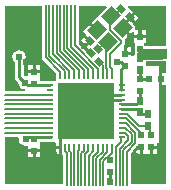
<source format=gtl>
%FSLAX24Y24*%
%MOIN*%
G70*
G01*
G75*
G04 Layer_Physical_Order=1*
G04 Layer_Color=255*
%ADD10R,0.0197X0.0256*%
%ADD11R,0.0197X0.0236*%
%ADD12R,0.0236X0.0197*%
%ADD13R,0.0400X0.0370*%
G04:AMPARAMS|DCode=14|XSize=47.2mil|YSize=43.3mil|CornerRadius=0mil|HoleSize=0mil|Usage=FLASHONLY|Rotation=225.000|XOffset=0mil|YOffset=0mil|HoleType=Round|Shape=Rectangle|*
%AMROTATEDRECTD14*
4,1,4,0.0014,0.0320,0.0320,0.0014,-0.0014,-0.0320,-0.0320,-0.0014,0.0014,0.0320,0.0*
%
%ADD14ROTATEDRECTD14*%

%ADD15O,0.0256X0.0079*%
%ADD16O,0.0079X0.0256*%
%ADD17R,0.1850X0.1850*%
%ADD18R,0.0217X0.0236*%
G04:AMPARAMS|DCode=19|XSize=19.7mil|YSize=23.6mil|CornerRadius=0mil|HoleSize=0mil|Usage=FLASHONLY|Rotation=225.000|XOffset=0mil|YOffset=0mil|HoleType=Round|Shape=Rectangle|*
%AMROTATEDRECTD19*
4,1,4,-0.0014,0.0153,0.0153,-0.0014,0.0014,-0.0153,-0.0153,0.0014,-0.0014,0.0153,0.0*
%
%ADD19ROTATEDRECTD19*%

%ADD20C,0.0370*%
%ADD21C,0.0080*%
%ADD22C,0.0090*%
%ADD23C,0.0060*%
%ADD24C,0.0240*%
%ADD25C,0.0260*%
G36*
X2668Y1288D02*
X2547D01*
Y1090D01*
Y892D01*
X2668D01*
Y-2427D01*
X1503D01*
Y-1397D01*
X1595Y-1304D01*
X1642Y-1324D01*
Y-1415D01*
X1790D01*
Y-1197D01*
X1890D01*
Y-1415D01*
X2120D01*
Y-1197D01*
X2170D01*
Y-1147D01*
X2368D01*
Y-1070D01*
X2430D01*
Y892D01*
X2447D01*
Y1090D01*
Y1288D01*
X2430D01*
Y1500D01*
X1990D01*
Y1674D01*
X2510D01*
X2534Y1679D01*
X2668D01*
Y1288D01*
D02*
G37*
G36*
X-1473Y1800D02*
X-1462Y1750D01*
X-1434Y1707D01*
X-1008Y1281D01*
X-1008Y1280D01*
Y1102D01*
X-997Y1048D01*
X-1025Y1025D01*
D01*
D01*
D01*
D01*
X-1025Y1025D01*
X-1025Y1025D01*
D01*
D01*
X-1048Y997D01*
X-1102Y1008D01*
X-1162D01*
X-1191Y1014D01*
X-1522D01*
Y1097D01*
Y1265D01*
X-1918D01*
Y1198D01*
X-1957Y1166D01*
X-2040Y1182D01*
X-2043Y1182D01*
X-2082Y1213D01*
Y1652D01*
X-2071Y1660D01*
X-2022Y1732D01*
X-2005Y1818D01*
X-2022Y1904D01*
X-2071Y1977D01*
X-2144Y2025D01*
X-2230Y2042D01*
X-2315Y2025D01*
X-2388Y1977D01*
X-2437Y1904D01*
X-2454Y1818D01*
X-2437Y1732D01*
X-2388Y1660D01*
X-2377Y1652D01*
Y1148D01*
X-2366Y1092D01*
X-2334Y1044D01*
X-2261Y971D01*
X-2264Y958D01*
X-2247Y872D01*
X-2198Y800D01*
X-2125Y751D01*
X-2043Y734D01*
X-2017Y692D01*
X-2020Y683D01*
X-2697D01*
Y3526D01*
X-1473D01*
Y1800D01*
D02*
G37*
G36*
X-2226Y-880D02*
X-2234Y-920D01*
X-2217Y-1006D01*
X-2169Y-1079D01*
X-2096Y-1127D01*
X-2010Y-1144D01*
X-1995Y-1141D01*
X-1948D01*
X-1918Y-1165D01*
Y-1267D01*
X-1522D01*
Y-1141D01*
Y-1014D01*
X-1181D01*
X-1152Y-1008D01*
X-1102D01*
D01*
X-1025Y-1025D01*
D01*
D01*
D01*
D01*
X-997Y-1048D01*
D01*
D01*
X-997Y-1048D01*
X-1008Y-1102D01*
Y-1141D01*
X-866D01*
Y-1191D01*
X-851D01*
Y-1280D01*
X-840Y-1334D01*
X-837Y-1338D01*
X-831Y-1368D01*
X-816Y-1390D01*
Y-1412D01*
X-812Y-1411D01*
X-808Y-1408D01*
X-802Y-1411D01*
X-802Y-1411D01*
X-802Y-1411D01*
X-762Y-1451D01*
Y-2427D01*
X-2697D01*
Y-841D01*
X-2258D01*
X-2226Y-880D01*
D02*
G37*
G36*
X860Y-2235D02*
X877D01*
Y-2427D01*
X713D01*
Y-2235D01*
X760D01*
Y-2017D01*
X860D01*
Y-2235D01*
D02*
G37*
G36*
X2668Y2169D02*
X2534D01*
X2510Y2174D01*
X1948D01*
Y2269D01*
X1988D01*
Y2437D01*
X1592D01*
Y2269D01*
X1632D01*
Y1981D01*
X1620Y1924D01*
X1625Y1899D01*
X1594Y1860D01*
X1488D01*
Y1867D01*
X1290D01*
Y1967D01*
X1488D01*
Y2135D01*
X1278D01*
X1259Y2181D01*
X1264Y2186D01*
X1292Y2229D01*
X1303Y2280D01*
Y2360D01*
X1303Y2360D01*
X1303Y2360D01*
Y2360D01*
X1303D01*
X1303Y2360D01*
X1293Y2406D01*
X1410Y2523D01*
X1186Y2746D01*
X1257Y2817D01*
X1481Y2593D01*
X1545Y2658D01*
X1592Y2639D01*
Y2537D01*
X1740D01*
Y2705D01*
X1658D01*
X1639Y2751D01*
X1683Y2796D01*
X1558Y2921D01*
X1578Y2941D01*
X1424Y3095D01*
X1459Y3131D01*
X1424Y3166D01*
X1564Y3306D01*
X1445Y3425D01*
X1391Y3479D01*
X1410Y3526D01*
X2668D01*
Y2169D01*
D02*
G37*
G36*
X692Y3479D02*
X372Y3160D01*
Y3160D01*
X170Y2957D01*
X394Y2734D01*
X323Y2663D01*
X99Y2887D01*
X-103Y2684D01*
X22Y2559D01*
X12Y2549D01*
X166Y2395D01*
X131Y2359D01*
X166Y2324D01*
X26Y2184D01*
X56Y2153D01*
X32Y2129D01*
X186Y1975D01*
X115Y1904D01*
X-39Y2058D01*
X-46Y2051D01*
X-247Y2253D01*
Y3526D01*
X673D01*
X692Y3479D01*
D02*
G37*
%LPC*%
G36*
X-1522Y-1367D02*
X-1670D01*
Y-1535D01*
X-1522D01*
Y-1367D01*
D02*
G37*
G36*
X1988Y2705D02*
X1840D01*
Y2537D01*
X1988D01*
Y2705D01*
D02*
G37*
G36*
X1635Y3236D02*
X1530Y3131D01*
X1649Y3012D01*
X1754Y3117D01*
X1635Y3236D01*
D02*
G37*
G36*
X-1770Y-1367D02*
X-1918D01*
Y-1535D01*
X-1770D01*
Y-1367D01*
D02*
G37*
G36*
X-1522Y1533D02*
X-1670D01*
Y1365D01*
X-1522D01*
Y1533D01*
D02*
G37*
G36*
X-59Y2478D02*
X-164Y2373D01*
X-45Y2254D01*
X60Y2359D01*
X-59Y2478D01*
D02*
G37*
G36*
X-1770Y1533D02*
X-1918D01*
Y1365D01*
X-1770D01*
Y1533D01*
D02*
G37*
G36*
X2368Y-1247D02*
X2220D01*
Y-1415D01*
X2368D01*
Y-1247D01*
D02*
G37*
G36*
X-916Y-1241D02*
X-1008D01*
Y-1280D01*
X-997Y-1334D01*
X-967Y-1380D01*
X-921Y-1411D01*
X-916Y-1412D01*
Y-1241D01*
D02*
G37*
%LPD*%
D10*
X1790Y1767D02*
D03*
Y1393D02*
D03*
X2070Y-103D02*
D03*
Y-477D02*
D03*
X1790Y347D02*
D03*
Y-27D02*
D03*
D11*
Y2487D02*
D03*
Y2093D02*
D03*
Y1067D02*
D03*
Y673D02*
D03*
X2170Y-1197D02*
D03*
Y-803D02*
D03*
X1840D02*
D03*
Y-1197D02*
D03*
X-1720Y-923D02*
D03*
Y-1317D02*
D03*
X1290Y1523D02*
D03*
Y1917D02*
D03*
X-1720Y921D02*
D03*
Y1315D02*
D03*
D12*
X2497Y1090D02*
D03*
X2103D02*
D03*
D13*
X2510Y1924D02*
D03*
D14*
X1221Y2782D02*
D03*
X832Y3171D02*
D03*
X748Y2308D02*
D03*
X358Y2698D02*
D03*
D15*
X-1191Y866D02*
D03*
Y709D02*
D03*
Y551D02*
D03*
Y394D02*
D03*
Y236D02*
D03*
Y79D02*
D03*
Y-79D02*
D03*
Y-236D02*
D03*
Y-394D02*
D03*
Y-551D02*
D03*
Y-709D02*
D03*
Y-866D02*
D03*
X1191D02*
D03*
Y-709D02*
D03*
Y-551D02*
D03*
Y-394D02*
D03*
Y-236D02*
D03*
Y-79D02*
D03*
Y79D02*
D03*
Y236D02*
D03*
Y394D02*
D03*
Y551D02*
D03*
Y709D02*
D03*
Y866D02*
D03*
D16*
X-866Y-1191D02*
D03*
X-709D02*
D03*
X-551D02*
D03*
X-394D02*
D03*
X-236D02*
D03*
X-79D02*
D03*
X79D02*
D03*
X236D02*
D03*
X394D02*
D03*
X551D02*
D03*
X709D02*
D03*
X866D02*
D03*
Y1191D02*
D03*
X709D02*
D03*
X551D02*
D03*
X394D02*
D03*
X236D02*
D03*
X79D02*
D03*
X-79D02*
D03*
X-236D02*
D03*
X-394D02*
D03*
X-551D02*
D03*
X-709D02*
D03*
X-866D02*
D03*
D17*
X0Y0D02*
D03*
D18*
X810Y-1623D02*
D03*
Y-2017D02*
D03*
D19*
X429Y1661D02*
D03*
X151Y1939D02*
D03*
X409Y2081D02*
D03*
X131Y2359D02*
D03*
X1181Y3409D02*
D03*
X1459Y3131D02*
D03*
D20*
X1870Y1924D02*
X2510D01*
D21*
X1766Y-477D02*
X2070D01*
X2120Y-803D02*
Y-527D01*
X2070Y-477D02*
X2120Y-527D01*
X1368Y-79D02*
X1766Y-477D01*
X1181Y-79D02*
X1368D01*
X429Y1661D02*
X551Y1539D01*
Y1181D02*
Y1539D01*
D22*
X1790Y2487D02*
Y2840D01*
X1866Y-103D02*
X2070D01*
X1679Y236D02*
X1790Y347D01*
X1684Y79D02*
X1866Y-103D01*
X1790Y347D02*
Y683D01*
X1181Y236D02*
X1679D01*
X1181Y79D02*
X1684D01*
X1793Y1070D02*
X2133D01*
X1790Y1067D02*
Y1393D01*
X-866Y-866D02*
X0Y0D01*
X-866Y-1181D02*
Y-866D01*
X551Y551D02*
X1181D01*
X394Y394D02*
X1181D01*
X1181Y1414D02*
X1290Y1523D01*
X1181Y709D02*
Y1414D01*
X-1996Y-866D02*
X-1181D01*
X1221Y2782D02*
Y2893D01*
X1459Y3131D01*
X1020Y1650D02*
X1163D01*
X1290Y1523D01*
X1221Y2782D02*
X1410Y2593D01*
X1706Y-1197D02*
X1840D01*
X1590Y-1313D02*
X1706Y-1197D01*
X1590Y-1420D02*
Y-1313D01*
X-2040Y958D02*
X-1948Y866D01*
X-1191D01*
X-2230Y1148D02*
X-2040Y958D01*
X-2230Y1148D02*
Y1818D01*
X-866Y-1438D02*
Y-1191D01*
X-890Y-1462D02*
X-866Y-1438D01*
X1290Y1917D02*
Y2150D01*
X1410Y2250D02*
X1420D01*
X1390D02*
X1410D01*
X1290Y2150D02*
X1390Y2250D01*
X1410D02*
Y2593D01*
D23*
X-2700Y-709D02*
X-1181D01*
X-2700Y-551D02*
X-1181D01*
X-2700Y-394D02*
X-1181D01*
X-2700Y-236D02*
X-1181D01*
X-2700Y-79D02*
X-1181D01*
X-2700Y79D02*
X-1181D01*
X-2700Y236D02*
X-1181D01*
X-2700Y394D02*
X-1181D01*
X1181Y-1022D02*
Y-866D01*
X1010Y-2440D02*
Y-1193D01*
X1181Y-1022D01*
X1130Y-2440D02*
Y-1243D01*
X1250Y-2440D02*
Y-1293D01*
X1370Y-2440D02*
Y-1342D01*
X-709Y1181D02*
Y1339D01*
X-551Y1181D02*
Y1351D01*
X-394Y1181D02*
Y1363D01*
X-236Y1181D02*
Y1375D01*
X-79Y1181D02*
Y1388D01*
X79Y1181D02*
Y1400D01*
X236Y1181D02*
Y1412D01*
X394Y1181D02*
Y1424D01*
X-866Y1181D02*
Y1326D01*
X-1340Y1800D02*
X-866Y1326D01*
X-1340Y1800D02*
Y3533D01*
X-1220Y1850D02*
X-709Y1339D01*
X-1220Y1850D02*
Y3533D01*
X-1100Y1900D02*
X-551Y1351D01*
X-1100Y1900D02*
Y3533D01*
X-980Y1949D02*
X-394Y1363D01*
X-980Y1949D02*
Y3533D01*
X-860Y1999D02*
X-236Y1375D01*
X-860Y1999D02*
Y3533D01*
X-740Y2049D02*
X-79Y1388D01*
X-740Y2049D02*
Y3533D01*
X-620Y2099D02*
X79Y1400D01*
X-620Y2099D02*
Y3533D01*
X-500Y2148D02*
X236Y1412D01*
X-500Y2148D02*
Y3533D01*
X-380Y2198D02*
X394Y1424D01*
X-380Y2198D02*
Y3533D01*
X810Y2720D02*
X1170Y2360D01*
X810Y2720D02*
Y3038D01*
X1181Y3409D01*
X409Y2081D02*
X618Y2290D01*
X1170Y2280D02*
Y2360D01*
X618Y2290D02*
X709D01*
X709Y1191D02*
Y1411D01*
X709Y1181D02*
Y1191D01*
Y2269D02*
Y2290D01*
Y2269D02*
X748Y2308D01*
X681Y2241D02*
X709Y2269D01*
X681Y1439D02*
X709Y1411D01*
X681Y1439D02*
Y2241D01*
X866Y1191D02*
Y1424D01*
X801Y1489D02*
X866Y1424D01*
X801Y1489D02*
Y1911D01*
X1170Y2280D01*
X1181Y-709D02*
X1305D01*
X1409Y-964D02*
Y-813D01*
X1130Y-1243D02*
X1409Y-964D01*
X1305Y-709D02*
X1409Y-813D01*
X1181Y-551D02*
X1317D01*
X1250Y-1293D02*
X1529Y-1014D01*
Y-763D01*
X1317Y-551D02*
X1529Y-763D01*
X1181Y-394D02*
X1329D01*
X1370Y-1342D02*
X1649Y-1064D01*
Y-713D01*
X1329Y-394D02*
X1649Y-713D01*
X1181Y-236D02*
X1342D01*
X1840Y-735D01*
Y-803D02*
Y-735D01*
X-2700Y550D02*
X-1220D01*
X-394Y-1191D02*
Y-1181D01*
X-79Y-1191D02*
Y-1181D01*
X79Y-1321D02*
Y-1191D01*
X79D02*
Y-1181D01*
X236Y-1333D02*
Y-1191D01*
X236D02*
Y-1181D01*
X394Y-1346D02*
Y-1191D01*
X394D02*
Y-1181D01*
X220Y-1519D02*
X394Y-1346D01*
X220Y-2440D02*
Y-1519D01*
X551Y-1358D02*
Y-1191D01*
X340Y-2440D02*
Y-1569D01*
X551Y-1191D02*
Y-1181D01*
X340Y-1569D02*
X551Y-1358D01*
X709Y-1371D02*
Y-1191D01*
X460Y-2440D02*
Y-1619D01*
X709Y-1191D02*
Y-1181D01*
X460Y-1619D02*
X709Y-1371D01*
X866Y-1383D02*
Y-1191D01*
X866D02*
Y-1181D01*
X580Y-2440D02*
Y-1669D01*
X866Y-1383D01*
X-79Y-1308D02*
Y-1191D01*
X91Y-2440D02*
Y-1478D01*
X236Y-1333D01*
X-29Y-2440D02*
Y-1428D01*
X79Y-1321D01*
X-150Y-2440D02*
Y-1379D01*
X-79Y-1308D01*
X-270Y-1329D02*
X-236Y-1296D01*
X-270Y-2440D02*
Y-1329D01*
X-236Y-1296D02*
Y-1191D01*
X-394Y-1278D02*
Y-1191D01*
Y-1278D02*
X-390Y-1282D01*
Y-2440D02*
Y-1282D01*
X-551Y-1305D02*
Y-1191D01*
Y-1305D02*
X-510Y-1347D01*
Y-2440D02*
Y-1347D01*
X-709Y-1317D02*
Y-1191D01*
Y-1317D02*
X-630Y-1396D01*
Y-2440D02*
Y-1396D01*
X-709Y-1191D02*
Y-1181D01*
D24*
X2550Y-1480D02*
D03*
X1620Y-1480D02*
D03*
X2550Y1550D02*
D03*
Y2290D02*
D03*
Y700D02*
D03*
X1730Y2880D02*
D03*
X-2580Y2130D02*
D03*
X2070Y3400D02*
D03*
X-2580Y3410D02*
D03*
X-2020Y-1320D02*
D03*
X1410Y2250D02*
D03*
X-1120Y-1200D02*
D03*
X1020Y1650D02*
D03*
X-70Y2190D02*
D03*
X-2010Y-920D02*
D03*
X-1590Y2130D02*
D03*
X40Y2980D02*
D03*
X-1590Y3410D02*
D03*
X-2580Y-2310D02*
D03*
X-2580Y-960D02*
D03*
X-1230Y1208D02*
D03*
X-2040Y958D02*
D03*
X-2230Y1818D02*
D03*
X-1990Y1638D02*
D03*
X-2580Y808D02*
D03*
X790Y-2342D02*
D03*
X-880Y-2310D02*
D03*
X1620D02*
D03*
X2550D02*
D03*
D25*
X-709Y709D02*
D03*
X-236D02*
D03*
X236D02*
D03*
X709D02*
D03*
X-709Y236D02*
D03*
X-236D02*
D03*
X236D02*
D03*
X709D02*
D03*
X-709Y-236D02*
D03*
X-236D02*
D03*
X236D02*
D03*
X709D02*
D03*
X-709Y-709D02*
D03*
X-236D02*
D03*
X236D02*
D03*
X709D02*
D03*
M02*

</source>
